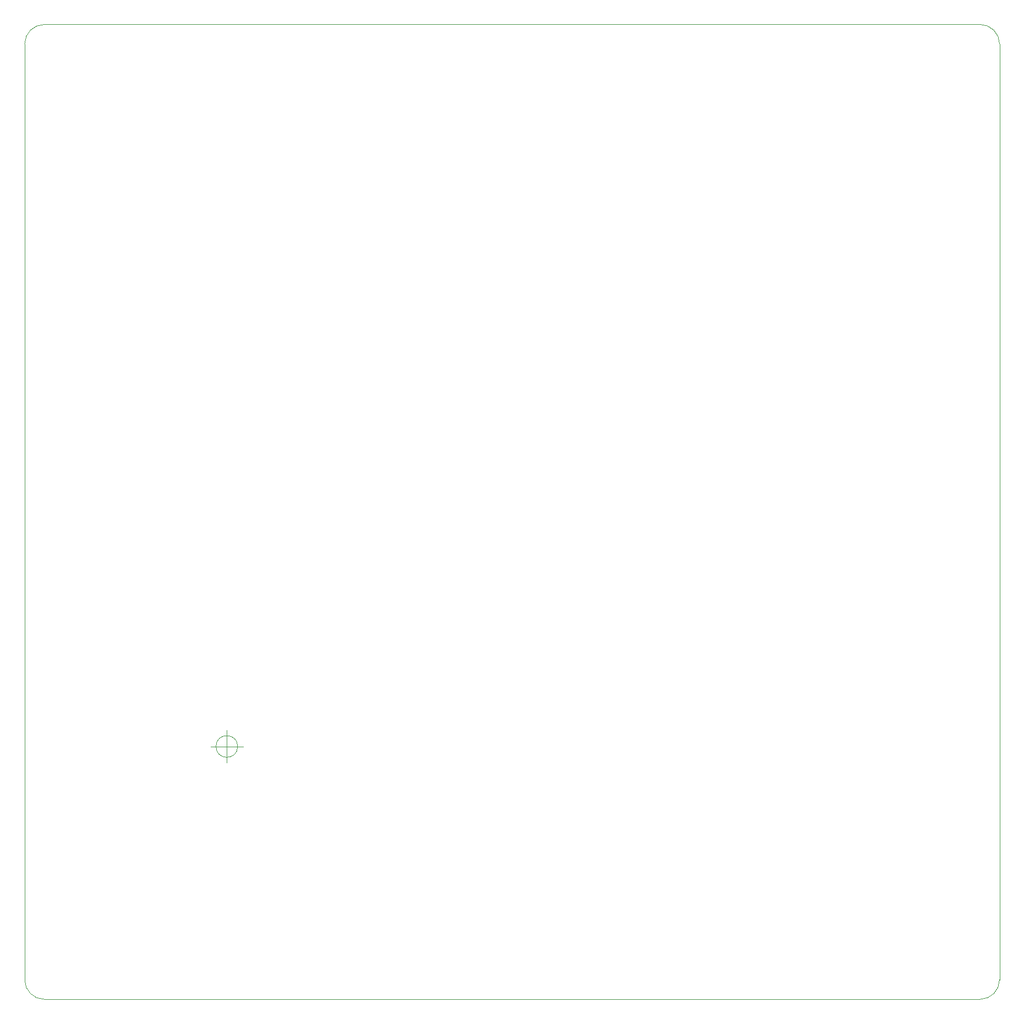
<source format=gbr>
%TF.GenerationSoftware,KiCad,Pcbnew,(6.0.0)*%
%TF.CreationDate,2022-10-06T12:47:50-04:00*%
%TF.ProjectId,ecp5u85-bse-usb_io-tester,65637035-7538-4352-9d62-73652d757362,A*%
%TF.SameCoordinates,Original*%
%TF.FileFunction,Profile,NP*%
%FSLAX46Y46*%
G04 Gerber Fmt 4.6, Leading zero omitted, Abs format (unit mm)*
G04 Created by KiCad (PCBNEW (6.0.0)) date 2022-10-06 12:47:50*
%MOMM*%
%LPD*%
G01*
G04 APERTURE LIST*
%TA.AperFunction,Profile*%
%ADD10C,0.100000*%
%TD*%
G04 APERTURE END LIST*
D10*
X305000000Y-213000000D02*
X161000000Y-213000000D01*
X161000000Y-63000000D02*
X305000000Y-63000000D01*
X161000000Y-63000000D02*
G75*
G03*
X158000000Y-66000000I1J-3000001D01*
G01*
X308000000Y-66000000D02*
G75*
G03*
X305000000Y-63000000I-3000001J-1D01*
G01*
X158000000Y-210000000D02*
G75*
G03*
X161000000Y-213000000I3000001J1D01*
G01*
X308000000Y-66000000D02*
X308000000Y-210000000D01*
X305000000Y-213000000D02*
G75*
G03*
X308000000Y-210000000I-1J3000001D01*
G01*
X158000000Y-210000000D02*
X158000000Y-66000000D01*
X190766666Y-174100000D02*
G75*
G03*
X190766666Y-174100000I-1666666J0D01*
G01*
X186600000Y-174100000D02*
X191600000Y-174100000D01*
X189100000Y-171600000D02*
X189100000Y-176600000D01*
M02*

</source>
